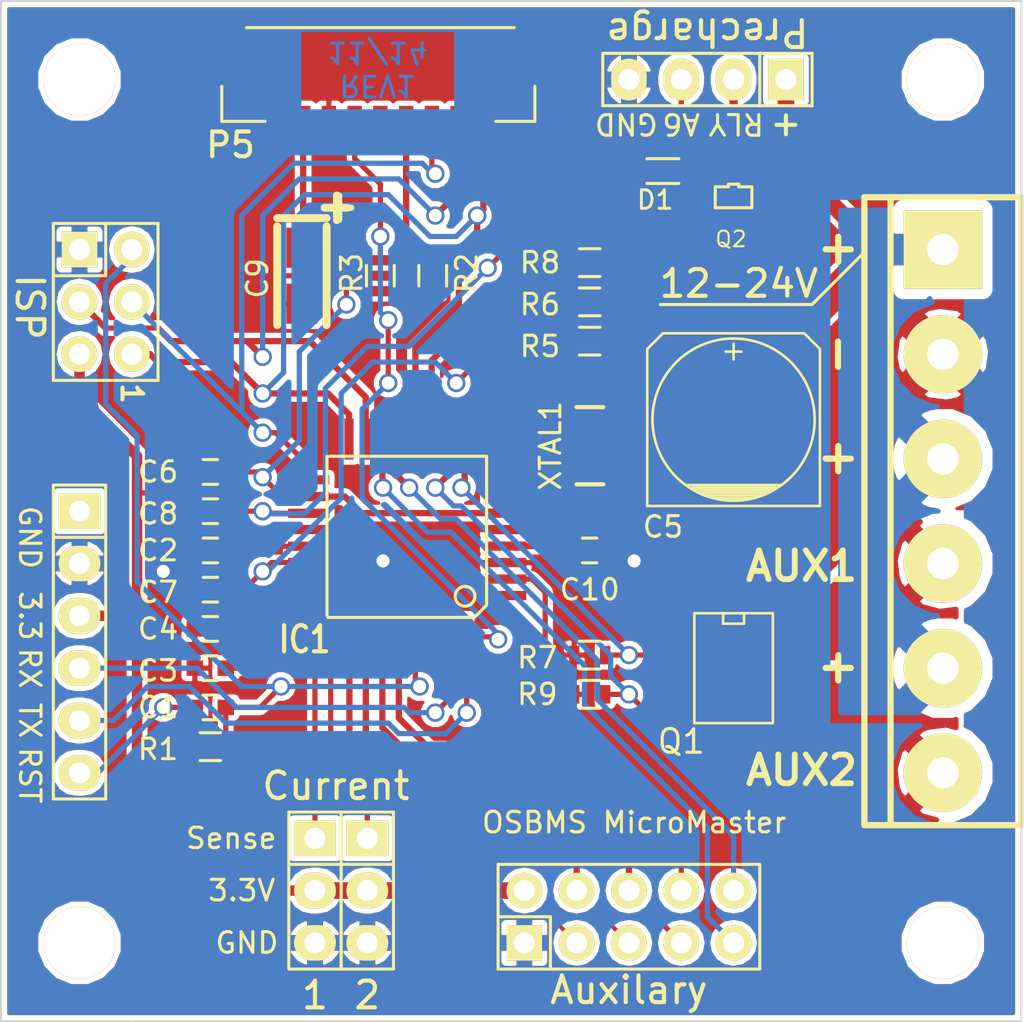
<source format=kicad_pcb>
(kicad_pcb (version 4) (host pcbnew "(2014-11-27 BZR 5304)-product")
  (layers (0 F.Cu signal) (31 B.Cu signal) (34 B.Paste user) (35 F.Paste user) (36 B.SilkS user) (37 F.SilkS user) (38 B.Mask user) (39 F.Mask user) (44 Edge.Cuts user))
  (net 0 "")
  (net 1 /S-RST)
  (net 2 RESET)
  (net 3 GND)
  (net 4 "Net-(C2-Pad2)")
  (net 5 +12V)
  (net 6 +3.3V)
  (net 7 A0)
  (net 8 A1)
  (net 9 "Net-(IC1-Pad8)")
  (net 10 "Net-(IC1-Pad7)")
  (net 11 D4)
  (net 12 D3*)
  (net 13 SCK/13)
  (net 14 A6)
  (net 15 A7)
  (net 16 Int0/2)
  (net 17 TXD)
  (net 18 RXD)
  (net 19 SCL/A5)
  (net 20 SDA/A4)
  (net 21 D5*)
  (net 22 D6*)
  (net 23 D7)
  (net 24 D9*)
  (net 25 D10*)
  (net 26 MISO)
  (net 27 "Net-(P10-Pad2)")
  (net 28 CS_N)
  (net 29 "Net-(P5-Pad5)")
  (net 30 "Net-(P7-Pad4)")
  (net 31 "Net-(P7-Pad6)")
  (net 32 A2)
  (net 33 A3)
  (net 34 MOSI)
  (module Capacitors_SMD:C_0603 (layer F.Cu) (at 35.56 162.56)
    (fp_text reference C1 (at -2.54 0) (layer F.SilkS))
    (fp_text value 100NF hide)
    (pad 1 smd rect (at -0.75 0) (size 0.8 0.75) (layers F.Cu F.Paste F.Mask) (net 1 /S-RST))
    (pad 2 smd rect (at 0.75 0) (size 0.8 0.75) (layers F.Cu F.Paste F.Mask) (net 2 RESET))
  )
  (module Capacitors_SMD:C_0603 (layer F.Cu) (at 35.56 154.94)
    (fp_text reference C2 (at -2.54 0) (layer F.SilkS))
    (fp_text value 100NF hide)
    (pad 1 smd rect (at -0.75 0) (size 0.8 0.75) (layers F.Cu F.Paste F.Mask) (net 3 GND))
    (pad 2 smd rect (at 0.75 0) (size 0.8 0.75) (layers F.Cu F.Paste F.Mask) (net 4 "Net-(C2-Pad2)"))
  )
  (module Capacitors_SMD:C_0603 (layer F.Cu) (at 35.56 160.655)
    (fp_text reference C3 (at -2.54 0.127) (layer F.SilkS))
    (fp_text value 100NF hide)
    (pad 1 smd rect (at -0.75 0) (size 0.8 0.75) (layers F.Cu F.Paste F.Mask) (net 3 GND))
    (pad 2 smd rect (at 0.75 0) (size 0.8 0.75) (layers F.Cu F.Paste F.Mask) (net 8 A1))
  )
  (module Capacitors_SMD:C_0603 (layer F.Cu) (at 35.56 158.75)
    (fp_text reference C4 (at -2.54 0) (layer F.SilkS))
    (fp_text value 100NF hide)
    (pad 1 smd rect (at -0.75 0) (size 0.8 0.75) (layers F.Cu F.Paste F.Mask) (net 3 GND))
    (pad 2 smd rect (at 0.75 0) (size 0.8 0.75) (layers F.Cu F.Paste F.Mask) (net 7 A0))
  )
  (module Capacitors_SMD:c_elec_8x10 (layer F.Cu) (at 60.96 148.59 90)
    (fp_text reference C5 (at -5.207 -3.429 180) (layer F.SilkS))
    (fp_text value CP1 hide)
    (pad 1 smd rect (at 3.2512 0 90) (size 3.50012 2.4003) (layers F.Cu F.Paste F.Mask) (net 5 +12V))
    (pad 2 smd rect (at -3.2512 0 90) (size 3.50012 2.4003) (layers F.Cu F.Paste F.Mask) (net 3 GND))
  )
  (module Capacitors_SMD:C_0603 (layer F.Cu) (at 35.56 151.13)
    (fp_text reference C6 (at -2.54 0) (layer F.SilkS))
    (fp_text value 100NF hide)
    (pad 1 smd rect (at -0.75 0) (size 0.8 0.75) (layers F.Cu F.Paste F.Mask) (net 3 GND))
    (pad 2 smd rect (at 0.75 0) (size 0.8 0.75) (layers F.Cu F.Paste F.Mask) (net 6 +3.3V))
  )
  (module Capacitors_SMD:C_0603 (layer F.Cu) (at 35.56 156.845)
    (fp_text reference C7 (at -2.54 0.127) (layer F.SilkS))
    (fp_text value 100NF hide)
    (pad 1 smd rect (at -0.75 0) (size 0.8 0.75) (layers F.Cu F.Paste F.Mask) (net 3 GND))
    (pad 2 smd rect (at 0.75 0) (size 0.8 0.75) (layers F.Cu F.Paste F.Mask) (net 15 A7))
  )
  (module Capacitors_SMD:C_0603 (layer F.Cu) (at 35.56 153.035)
    (fp_text reference C8 (at -2.54 0.127) (layer F.SilkS))
    (fp_text value 100NF hide)
    (pad 1 smd rect (at -0.75 0) (size 0.8 0.75) (layers F.Cu F.Paste F.Mask) (net 3 GND))
    (pad 2 smd rect (at 0.75 0) (size 0.8 0.75) (layers F.Cu F.Paste F.Mask) (net 14 A6))
  )
  (module Capacitors_Tantalum_SMD:TantalC_SizeA_EIA-3216_Reflow (layer F.Cu) (at 40.005 141.605 270)
    (fp_text reference C9 (at 0.127 2.159 270) (layer F.SilkS))
    (fp_text value "33uF PolC" hide)
    (fp_text user + (at -3.29946 -1.69926 270) (layer F.SilkS) (effects (font (thickness 0.3048))))
    (pad 2 smd rect (at 1.3589 0 270) (size 1.95072 1.50114) (layers F.Cu F.Paste F.Mask) (net 3 GND))
    (pad 1 smd rect (at -1.3589 0 270) (size 1.95072 1.50114) (layers F.Cu F.Paste F.Mask) (net 6 +3.3V))
  )
  (module Capacitors_SMD:C_0603 (layer F.Cu) (at 53.975 154.94)
    (fp_text reference C10 (at 0 1.905) (layer F.SilkS))
    (fp_text value 100nF hide)
    (pad 1 smd rect (at -0.75 0) (size 0.8 0.75) (layers F.Cu F.Paste F.Mask) (net 6 +3.3V))
    (pad 2 smd rect (at 0.75 0) (size 0.8 0.75) (layers F.Cu F.Paste F.Mask) (net 3 GND))
  )
  (module Pin_Headers:Pin_Header_Straight_1x06 (layer F.Cu) (at 29.21 159.385 270)
    (fp_text reference P1 hide)
    (fp_text value CONN_01X06 hide)
    (pad "" thru_hole rect (at -6.35 0 270) (size 1.7272 2.032) (drill 1.016) (layers *.Cu *.Mask F.SilkS))
    (pad 2 thru_hole oval (at -3.81 0 270) (size 1.7272 2.032) (drill 1.016) (layers *.Cu *.Mask F.SilkS) (net 3 GND))
    (pad 3 thru_hole oval (at -1.27 0 270) (size 1.7272 2.032) (drill 1.016) (layers *.Cu *.Mask F.SilkS) (net 6 +3.3V))
    (pad 4 thru_hole oval (at 1.27 0 270) (size 1.7272 2.032) (drill 1.016) (layers *.Cu *.Mask F.SilkS) (net 18 RXD))
    (pad 5 thru_hole oval (at 3.81 0 270) (size 1.7272 2.032) (drill 1.016) (layers *.Cu *.Mask F.SilkS) (net 17 TXD))
    (pad 6 thru_hole oval (at 6.35 0 270) (size 1.7272 2.032) (drill 1.016) (layers *.Cu *.Mask F.SilkS) (net 1 /S-RST))
  )
  (module Pin_Headers:Pin_Header_Straight_2x03 (layer F.Cu) (at 30.48 142.875 270)
    (fp_text reference P2 hide)
    (fp_text value CONN_02X03 hide)
    (pad 1 thru_hole rect (at -2.54 1.27 270) (size 1.7272 1.7272) (drill 1.016) (layers *.Cu *.Mask F.SilkS) (net 3 GND))
    (pad 2 thru_hole oval (at -2.54 -1.27 270) (size 1.7272 1.7272) (drill 1.016) (layers *.Cu *.Mask F.SilkS) (net 2 RESET))
    (pad 3 thru_hole oval (at 0 1.27 270) (size 1.7272 1.7272) (drill 1.016) (layers *.Cu *.Mask F.SilkS) (net 34 MOSI))
    (pad 4 thru_hole oval (at 0 -1.27 270) (size 1.7272 1.7272) (drill 1.016) (layers *.Cu *.Mask F.SilkS) (net 13 SCK/13))
    (pad 5 thru_hole oval (at 2.54 1.27 270) (size 1.7272 1.7272) (drill 1.016) (layers *.Cu *.Mask F.SilkS) (net 6 +3.3V))
    (pad 6 thru_hole oval (at 2.54 -1.27 270) (size 1.7272 1.7272) (drill 1.016) (layers *.Cu *.Mask F.SilkS) (net 26 MISO))
  )
  (module Pin_Headers:Pin_Header_Straight_1x03 (layer F.Cu) (at 40.64 171.45 270)
    (fp_text reference P3 hide)
    (fp_text value CONN_01X03 hide)
    (pad 1 thru_hole rect (at -2.54 0 270) (size 1.7272 2.032) (drill 1.016) (layers *.Cu *.Mask F.SilkS) (net 8 A1))
    (pad 2 thru_hole oval (at 0 0 270) (size 1.7272 2.032) (drill 1.016) (layers *.Cu *.Mask F.SilkS) (net 6 +3.3V))
    (pad 3 thru_hole oval (at 2.54 0 270) (size 1.7272 2.032) (drill 1.016) (layers *.Cu *.Mask F.SilkS) (net 3 GND))
  )
  (module Pin_Headers:Pin_Header_Straight_1x03 (layer F.Cu) (at 43.18 171.45 270)
    (fp_text reference P4 hide)
    (fp_text value CONN_01X03 hide)
    (pad 1 thru_hole rect (at -2.54 0 270) (size 1.7272 2.032) (drill 1.016) (layers *.Cu *.Mask F.SilkS) (net 7 A0))
    (pad 2 thru_hole oval (at 0 0 270) (size 1.7272 2.032) (drill 1.016) (layers *.Cu *.Mask F.SilkS) (net 6 +3.3V))
    (pad 3 thru_hole oval (at 2.54 0 270) (size 1.7272 2.032) (drill 1.016) (layers *.Cu *.Mask F.SilkS) (net 3 GND))
  )
  (module Pin_Headers:Pin_Header_Straight_1x04 (layer F.Cu) (at 59.69 132.08 180)
    (fp_text reference P10 hide)
    (fp_text value CONN_01X04 hide)
    (pad 1 thru_hole rect (at -3.81 0 180) (size 1.7272 2.032) (drill 1.016) (layers *.Cu *.Mask F.SilkS) (net 5 +12V))
    (pad 2 thru_hole oval (at -1.27 0 180) (size 1.7272 2.032) (drill 1.016) (layers *.Cu *.Mask F.SilkS) (net 27 "Net-(P10-Pad2)"))
    (pad 3 thru_hole oval (at 1.27 0 180) (size 1.7272 2.032) (drill 1.016) (layers *.Cu *.Mask F.SilkS) (net 14 A6))
    (pad 4 thru_hole oval (at 3.81 0 180) (size 1.7272 2.032) (drill 1.016) (layers *.Cu *.Mask F.SilkS) (net 3 GND))
  )
  (module SMD_Packages:SOIC-8-W (layer F.Cu) (at 60.96 160.655 270)
    (fp_text reference Q1 (at 3.556 2.54 360) (layer F.SilkS) (effects (font (size 1.143 1.143) (thickness 0.1524))))
    (fp_text value FDS6892A hide)
    (pad 8 smd rect (at -1.905 -2.667 270) (size 0.59944 1.39954) (layers F.Cu F.Paste F.Mask) (net 30 "Net-(P7-Pad4)"))
    (pad 1 smd rect (at -1.905 2.667 270) (size 0.59944 1.39954) (layers F.Cu F.Paste F.Mask) (net 3 GND))
    (pad 7 smd rect (at -0.635 -2.667 270) (size 0.59944 1.39954) (layers F.Cu F.Paste F.Mask) (net 30 "Net-(P7-Pad4)"))
    (pad 6 smd rect (at 0.635 -2.667 270) (size 0.59944 1.39954) (layers F.Cu F.Paste F.Mask) (net 31 "Net-(P7-Pad6)"))
    (pad 5 smd rect (at 1.905 -2.667 270) (size 0.59944 1.39954) (layers F.Cu F.Paste F.Mask) (net 31 "Net-(P7-Pad6)"))
    (pad 2 smd rect (at -0.635 2.667 270) (size 0.59944 1.39954) (layers F.Cu F.Paste F.Mask) (net 21 D5*))
    (pad 3 smd rect (at 0.635 2.667 270) (size 0.59944 1.39954) (layers F.Cu F.Paste F.Mask) (net 3 GND))
    (pad 4 smd rect (at 1.905 2.667 270) (size 0.59944 1.39954) (layers F.Cu F.Paste F.Mask) (net 22 D6*))
  )
  (module Resistors_SMD:R_0603 (layer F.Cu) (at 35.56 164.465 180)
    (fp_text reference R1 (at 2.54 -0.127 180) (layer F.SilkS))
    (fp_text value 10K hide)
    (pad 1 smd rect (at -0.75 0 180) (size 0.5 0.9) (layers F.Cu F.Paste F.Mask) (net 2 RESET))
    (pad 2 smd rect (at 0.75 0 180) (size 0.5 0.9) (layers F.Cu F.Paste F.Mask) (net 6 +3.3V))
  )
  (module Resistors_SMD:R_0603 (layer F.Cu) (at 46.355 141.605 90)
    (fp_text reference R2 (at 0.127 1.651 90) (layer F.SilkS))
    (fp_text value 10K hide)
    (pad 1 smd rect (at -0.75 0 90) (size 0.5 0.9) (layers F.Cu F.Paste F.Mask) (net 6 +3.3V))
    (pad 2 smd rect (at 0.75 0 90) (size 0.5 0.9) (layers F.Cu F.Paste F.Mask) (net 26 MISO))
  )
  (module Resistors_SMD:R_0603 (layer F.Cu) (at 43.815 141.605 90)
    (fp_text reference R3 (at 0.127 -1.397 90) (layer F.SilkS))
    (fp_text value 10K hide)
    (pad 1 smd rect (at -0.75 0 90) (size 0.5 0.9) (layers F.Cu F.Paste F.Mask) (net 6 +3.3V))
    (pad 2 smd rect (at 0.75 0 90) (size 0.5 0.9) (layers F.Cu F.Paste F.Mask) (net 16 Int0/2))
  )
  (module Resistors_SMD:R_0603 (layer F.Cu) (at 53.975 144.78)
    (fp_text reference R5 (at -2.413 0.254) (layer F.SilkS))
    (fp_text value "50k ohm" hide)
    (pad 1 smd rect (at -0.75 0) (size 0.5 0.9) (layers F.Cu F.Paste F.Mask) (net 15 A7))
    (pad 2 smd rect (at 0.75 0) (size 0.5 0.9) (layers F.Cu F.Paste F.Mask) (net 5 +12V))
  )
  (module Resistors_SMD:R_0603 (layer F.Cu) (at 53.975 142.875 180)
    (fp_text reference R6 (at 2.413 -0.127 180) (layer F.SilkS))
    (fp_text value "5k ohm" hide)
    (pad 1 smd rect (at -0.75 0 180) (size 0.5 0.9) (layers F.Cu F.Paste F.Mask) (net 3 GND))
    (pad 2 smd rect (at 0.75 0 180) (size 0.5 0.9) (layers F.Cu F.Paste F.Mask) (net 15 A7))
  )
  (module Resistors_SMD:R_0603 (layer F.Cu) (at 53.975 160.02)
    (fp_text reference R7 (at -2.54 0.127) (layer F.SilkS))
    (fp_text value 10K hide)
    (pad 1 smd rect (at -0.75 0) (size 0.5 0.9) (layers F.Cu F.Paste F.Mask) (net 3 GND))
    (pad 2 smd rect (at 0.75 0) (size 0.5 0.9) (layers F.Cu F.Paste F.Mask) (net 21 D5*))
  )
  (module Resistors_SMD:R_0603 (layer F.Cu) (at 53.975 140.97 180)
    (fp_text reference R8 (at 2.413 0 180) (layer F.SilkS))
    (fp_text value 10K hide)
    (pad 1 smd rect (at -0.75 0 180) (size 0.5 0.9) (layers F.Cu F.Paste F.Mask) (net 3 GND))
    (pad 2 smd rect (at 0.75 0 180) (size 0.5 0.9) (layers F.Cu F.Paste F.Mask) (net 23 D7))
  )
  (module Resistors_SMD:R_0603 (layer F.Cu) (at 53.975 161.925)
    (fp_text reference R9 (at -2.54 0) (layer F.SilkS))
    (fp_text value 10K hide)
    (pad 1 smd rect (at -0.75 0) (size 0.5 0.9) (layers F.Cu F.Paste F.Mask) (net 3 GND))
    (pad 2 smd rect (at 0.75 0) (size 0.5 0.9) (layers F.Cu F.Paste F.Mask) (net 22 D6*))
  )
  (module Connect:bornier6 (layer F.Cu) (at 71.12 153.035 270)
    (fp_text reference P7 hide)
    (fp_text value CONN_01X06 hide)
    (pad 2 thru_hole circle (at -7.62 0 270) (size 3.81 3.81) (drill 1.524) (layers *.Cu *.Mask F.SilkS) (net 3 GND))
    (pad 3 thru_hole circle (at -2.54 0 270) (size 3.81 3.81) (drill 1.524) (layers *.Cu *.Mask F.SilkS) (net 5 +12V) (clearance 0.508))
    (pad 1 thru_hole rect (at -12.7 0 270) (size 3.81 3.81) (drill 1.524) (layers *.Cu *.Mask F.SilkS) (net 5 +12V) (clearance 0.508))
    (pad 4 thru_hole circle (at 2.54 0 270) (size 3.81 3.81) (drill 1.524) (layers *.Cu *.Mask F.SilkS) (net 30 "Net-(P7-Pad4)") (clearance 0.508))
    (pad 5 thru_hole circle (at 7.62 0 270) (size 3.81 3.81) (drill 1.524) (layers *.Cu *.Mask F.SilkS) (net 5 +12V) (clearance 0.508))
    (pad 6 thru_hole circle (at 12.7 0 270) (size 3.81 3.81) (drill 1.524) (layers *.Cu *.Mask F.SilkS) (net 31 "Net-(P7-Pad6)") (clearance 0.508))
  )
  (module Mounting_Holes:MountingHole_3-5mm (layer F.Cu) (at 71.12 173.99)
    (fp_text reference MH hide)
    (fp_text value MountingHole_3-5mm_RevA_Date21Jun2010 hide)
    (pad 1 thru_hole circle (at 0 0) (size 3.50012 3.50012) (drill 3.50012) (layers))
  )
  (module Mounting_Holes:MountingHole_3-5mm (layer F.Cu) (at 29.21 173.99)
    (fp_text reference MH hide)
    (fp_text value MountingHole_3-5mm_RevA_Date21Jun2010 hide)
    (pad 1 thru_hole circle (at 0 0) (size 3.50012 3.50012) (drill 3.50012) (layers))
  )
  (module Mounting_Holes:MountingHole_3-5mm (layer F.Cu) (at 29.21 132.08)
    (fp_text reference MH hide)
    (fp_text value MountingHole_3-5mm_RevA_Date21Jun2010 hide)
    (pad 1 thru_hole circle (at 0 0) (size 3.50012 3.50012) (drill 3.50012) (layers))
  )
  (module Mounting_Holes:MountingHole_3-5mm (layer F.Cu) (at 71.12 132.08)
    (fp_text reference MH hide)
    (fp_text value MountingHole_3-5mm_RevA_Date21Jun2010 hide)
    (pad 1 thru_hole circle (at 0 0) (size 3.50012 3.50012) (drill 3.50012) (layers))
  )
  (module Pin_Headers:Pin_Header_Straight_2x05 (layer F.Cu) (at 55.88 172.72)
    (fp_text reference P6 hide)
    (fp_text value CONN_01X10 hide)
    (pad 1 thru_hole rect (at -5.08 1.27) (size 1.7272 1.7272) (drill 1.016) (layers *.Cu *.Mask F.SilkS) (net 3 GND))
    (pad 2 thru_hole oval (at -5.08 -1.27) (size 1.7272 1.7272) (drill 1.016) (layers *.Cu *.Mask F.SilkS) (net 6 +3.3V))
    (pad 3 thru_hole oval (at -2.54 1.27) (size 1.7272 1.7272) (drill 1.016) (layers *.Cu *.Mask F.SilkS) (net 32 A2))
    (pad 4 thru_hole oval (at -2.54 -1.27) (size 1.7272 1.7272) (drill 1.016) (layers *.Cu *.Mask F.SilkS) (net 33 A3))
    (pad 5 thru_hole oval (at 0 1.27) (size 1.7272 1.7272) (drill 1.016) (layers *.Cu *.Mask F.SilkS) (net 20 SDA/A4))
    (pad 6 thru_hole oval (at 0 -1.27) (size 1.7272 1.7272) (drill 1.016) (layers *.Cu *.Mask F.SilkS) (net 19 SCL/A5))
    (pad 7 thru_hole oval (at 2.54 1.27) (size 1.7272 1.7272) (drill 1.016) (layers *.Cu *.Mask F.SilkS) (net 12 D3*))
    (pad 8 thru_hole oval (at 2.54 -1.27) (size 1.7272 1.7272) (drill 1.016) (layers *.Cu *.Mask F.SilkS) (net 11 D4))
    (pad 9 thru_hole oval (at 5.08 1.27) (size 1.7272 1.7272) (drill 1.016) (layers *.Cu *.Mask F.SilkS) (net 25 D10*))
    (pad 10 thru_hole oval (at 5.08 -1.27) (size 1.7272 1.7272) (drill 1.016) (layers *.Cu *.Mask F.SilkS) (net 24 D9*))
  )
  (module SMD_Packages:SOD-523 (layer F.Cu) (at 57.15 136.525)
    (fp_text reference D1 (at 0 1.397) (layer F.SilkS) (effects (font (size 0.9 0.9) (thickness 0.14))))
    (fp_text value 3.3vZENER hide)
    (pad 1 smd rect (at -0.7 0) (size 0.6 0.7) (layers F.Cu F.Paste F.Mask) (net 3 GND))
    (pad 2 smd rect (at 0.7 0) (size 0.6 0.7) (layers F.Cu F.Paste F.Mask) (net 14 A6))
  )
  (module MyCustomParts:RESONATOR-SMD-mutera (layer F.Cu) (at 53.975 149.86 270)
    (fp_text reference XTAL1 (at 0 1.905 270) (layer F.SilkS))
    (fp_text value "8mhz resonator" hide)
    (pad 1 smd oval (at -1.2 0 270) (size 0.45 1.905) (layers F.Cu F.Paste F.Mask) (net 9 "Net-(IC1-Pad8)"))
    (pad 2 smd oval (at 0 0 270) (size 0.45 1.905) (layers F.Cu F.Paste F.Mask) (net 3 GND))
    (pad 3 smd oval (at 1.2 0 270) (size 0.45 1.905) (layers F.Cu F.Paste F.Mask) (net 10 "Net-(IC1-Pad7)"))
  )
  (module MyCustomParts:TQFP-32 (layer F.Cu) (at 45.085 154.305 180)
    (fp_text reference IC1 (at 4.953 -4.953 180) (layer F.SilkS) (effects (font (size 1.27 1.016) (thickness 0.2032))))
    (fp_text value ATMEGA328P-A hide)
    (pad 8 smd rect (at -4.81584 2.77622 180) (size 1.99898 0.44958) (layers F.Cu F.Paste F.Mask) (net 9 "Net-(IC1-Pad8)"))
    (pad 7 smd rect (at -4.81584 1.97612 180) (size 1.99898 0.44958) (layers F.Cu F.Paste F.Mask) (net 10 "Net-(IC1-Pad7)"))
    (pad 6 smd rect (at -4.81584 1.17602 180) (size 1.99898 0.44958) (layers F.Cu F.Paste F.Mask) (net 6 +3.3V))
    (pad 5 smd rect (at -4.81584 0.37592 180) (size 1.99898 0.44958) (layers F.Cu F.Paste F.Mask) (net 3 GND))
    (pad 4 smd rect (at -4.81584 -0.42418 180) (size 1.99898 0.44958) (layers F.Cu F.Paste F.Mask) (net 6 +3.3V))
    (pad 3 smd rect (at -4.81584 -1.22428 180) (size 1.99898 0.44958) (layers F.Cu F.Paste F.Mask) (net 3 GND))
    (pad 2 smd rect (at -4.81584 -2.02438 180) (size 1.99898 0.44958) (layers F.Cu F.Paste F.Mask) (net 11 D4))
    (pad 1 smd rect (at -4.81584 -2.82448 180) (size 1.99898 0.44958) (layers F.Cu F.Paste F.Mask) (net 12 D3*))
    (pad 24 smd rect (at 4.7498 -2.8194 180) (size 1.99898 0.44958) (layers F.Cu F.Paste F.Mask) (net 8 A1))
    (pad 17 smd rect (at 4.7498 2.794 180) (size 1.99898 0.44958) (layers F.Cu F.Paste F.Mask) (net 13 SCK/13))
    (pad 18 smd rect (at 4.7498 1.9812 180) (size 1.99898 0.44958) (layers F.Cu F.Paste F.Mask) (net 6 +3.3V))
    (pad 19 smd rect (at 4.7498 1.1684 180) (size 1.99898 0.44958) (layers F.Cu F.Paste F.Mask) (net 14 A6))
    (pad 20 smd rect (at 4.7498 0.381 180) (size 1.99898 0.44958) (layers F.Cu F.Paste F.Mask) (net 4 "Net-(C2-Pad2)"))
    (pad 21 smd rect (at 4.7498 -0.4318 180) (size 1.99898 0.44958) (layers F.Cu F.Paste F.Mask) (net 3 GND))
    (pad 22 smd rect (at 4.7498 -1.2192 180) (size 1.99898 0.44958) (layers F.Cu F.Paste F.Mask) (net 15 A7))
    (pad 23 smd rect (at 4.7498 -2.032 180) (size 1.99898 0.44958) (layers F.Cu F.Paste F.Mask) (net 7 A0))
    (pad 32 smd rect (at -2.82448 -4.826 180) (size 0.44958 1.99898) (layers F.Cu F.Paste F.Mask) (net 16 Int0/2))
    (pad 31 smd rect (at -2.02692 -4.826 180) (size 0.44958 1.99898) (layers F.Cu F.Paste F.Mask) (net 17 TXD))
    (pad 30 smd rect (at -1.22428 -4.826 180) (size 0.44958 1.99898) (layers F.Cu F.Paste F.Mask) (net 18 RXD))
    (pad 29 smd rect (at -0.42672 -4.826 180) (size 0.44958 1.99898) (layers F.Cu F.Paste F.Mask) (net 2 RESET))
    (pad 28 smd rect (at 0.37592 -4.826 180) (size 0.44958 1.99898) (layers F.Cu F.Paste F.Mask) (net 19 SCL/A5))
    (pad 27 smd rect (at 1.17348 -4.826 180) (size 0.44958 1.99898) (layers F.Cu F.Paste F.Mask) (net 20 SDA/A4))
    (pad 26 smd rect (at 1.97612 -4.826 180) (size 0.44958 1.99898) (layers F.Cu F.Paste F.Mask) (net 33 A3))
    (pad 25 smd rect (at 2.77368 -4.826 180) (size 0.44958 1.99898) (layers F.Cu F.Paste F.Mask) (net 32 A2))
    (pad 9 smd rect (at -2.8194 4.7752 180) (size 0.44958 1.99898) (layers F.Cu F.Paste F.Mask) (net 21 D5*))
    (pad 10 smd rect (at -2.032 4.7752 180) (size 0.44958 1.99898) (layers F.Cu F.Paste F.Mask) (net 22 D6*))
    (pad 11 smd rect (at -1.2192 4.7752 180) (size 0.44958 1.99898) (layers F.Cu F.Paste F.Mask) (net 23 D7))
    (pad 12 smd rect (at -0.4318 4.7752 180) (size 0.44958 1.99898) (layers F.Cu F.Paste F.Mask) (net 28 CS_N))
    (pad 13 smd rect (at 0.3556 4.7752 180) (size 0.44958 1.99898) (layers F.Cu F.Paste F.Mask) (net 24 D9*))
    (pad 14 smd rect (at 1.1684 4.7752 180) (size 0.44958 1.99898) (layers F.Cu F.Paste F.Mask) (net 25 D10*))
    (pad 15 smd rect (at 1.9812 4.7752 180) (size 0.44958 1.99898) (layers F.Cu F.Paste F.Mask) (net 34 MOSI))
    (pad 16 smd rect (at 2.794 4.7752 180) (size 0.44958 1.99898) (layers F.Cu F.Paste F.Mask) (net 26 MISO))
  )
  (module MyCustomParts:Connector_SMD_GH_SIDECONN_1X9_1.25MM (layer F.Cu) (at 43.815 130.81 180)
    (fp_text reference P5 (at 7.2756 -4.4472 180) (layer F.SilkS) (effects (font (size 1.2 1.2) (thickness 0.2))))
    (fp_text value CONN_01X09 hide)
    (pad 1 smd rect (at -5 -3.4 180) (size 0.7 1.7) (layers F.Cu F.Paste F.Mask) (net 26 MISO))
    (pad "" smd rect (at -7.2 0 180) (size 1 2.6) (layers F.Cu F.Paste F.Mask) (net 3 GND))
    (pad 2 smd rect (at -3.75 -3.4 180) (size 0.7 1.7) (layers F.Cu F.Paste F.Mask) (net 34 MOSI))
    (pad 3 smd rect (at -2.5 -3.4 180) (size 0.7 1.7) (layers F.Cu F.Paste F.Mask) (net 13 SCK/13))
    (pad 4 smd rect (at -1.25 -3.4 180) (size 0.7 1.7) (layers F.Cu F.Paste F.Mask) (net 28 CS_N))
    (pad 5 smd rect (at 0 -3.4 180) (size 0.7 1.7) (layers F.Cu F.Paste F.Mask) (net 29 "Net-(P5-Pad5)"))
    (pad 6 smd rect (at 1.25 -3.4 180) (size 0.7 1.7) (layers F.Cu F.Paste F.Mask) (net 16 Int0/2))
    (pad 7 smd rect (at 2.5 -3.4 180) (size 0.7 1.7) (layers F.Cu F.Paste F.Mask) (net 3 GND))
    (pad 8 smd rect (at 3.75 -3.4 180) (size 0.7 1.7) (layers F.Cu F.Paste F.Mask) (net 6 +3.3V))
    (pad 9 smd rect (at 5 -3.4 180) (size 0.7 1.7) (layers F.Cu F.Paste F.Mask) (net 3 GND))
    (pad "" smd rect (at 7.2 0 180) (size 1 2.6) (layers F.Cu F.Paste F.Mask) (net 3 GND))
  )
  (module SMD_Packages:SOT-323 (layer F.Cu) (at 60.96 137.795 180)
    (fp_text reference Q2 (at 0.127 -2.032 180) (layer F.SilkS) (effects (font (size 0.762 0.762) (thickness 0.09906))))
    (fp_text value BSS138 hide)
    (pad 2 smd rect (at -0.65024 -0.94996 180) (size 0.59944 1.00076) (layers F.Cu F.Paste F.Mask) (net 3 GND))
    (pad 1 smd rect (at 0.65024 -0.94996 180) (size 0.59944 1.00076) (layers F.Cu F.Paste F.Mask) (net 23 D7))
    (pad 3 smd rect (at 0 0.94996 180) (size 0.59944 1.00076) (layers F.Cu F.Paste F.Mask) (net 27 "Net-(P10-Pad2)"))
  )
  (gr_text "  REV1  \n11/14" (at 43.688 131.572 180) (layer B.Cu) (effects (font (size 1 1)) (justify mirror)))
  (gr_text "OSBMS MicroMaster" (at 56.134 168.148) (layer F.SilkS) (effects (font (size 1 1))))
  (gr_text 1 (at 31.75 147.32 270) (layer F.SilkS) (effects (font (size 1 1) (thickness 0.2))))
  (gr_line (start 64.77 143.002) (end 57.404 143.002) (angle 90) (layer F.SilkS) (width 0.15))
  (gr_line (start 67.31 140.462) (end 64.77 143.002) (angle 90) (layer F.SilkS) (width 0.15))
  (gr_text 12-24V (at 61.214 141.986) (layer F.SilkS) (effects (font (size 1.3 1.3) (thickness 0.2))))
  (gr_text AUX1 (at 64.262 155.702) (layer F.SilkS) (effects (font (size 1.4 1.4) (thickness 0.28))))
  (gr_text AUX2 (at 64.262 165.608) (layer F.SilkS) (effects (font (size 1.4 1.4) (thickness 0.28))))
  (gr_text _ (at 65.151 145.415 90) (layer F.SilkS) (effects (font (size 1.6 1.6) (thickness 0.3))))
  (gr_text + (at 66.04 160.528) (layer F.SilkS) (effects (font (size 1.6 1.6) (thickness 0.3))))
  (gr_text + (at 66.04 150.368) (layer F.SilkS) (effects (font (size 1.6 1.6) (thickness 0.3))))
  (gr_text + (at 66.04 140.208) (layer F.SilkS) (effects (font (size 1.6 1.6) (thickness 0.3))))
  (gr_text + (at 63.5 134.366 180) (layer F.SilkS) (effects (font (size 1.2 1.2) (thickness 0.2))))
  (gr_text RLY (at 61.087 134.239 180) (layer F.SilkS) (effects (font (size 1 1))))
  (gr_text A6 (at 58.42 134.239 180) (layer F.SilkS) (effects (font (size 1 1))))
  (gr_text GND (at 55.753 134.239 180) (layer F.SilkS) (effects (font (size 1 1))))
  (gr_text ISP (at 26.797 143.129 270) (layer F.SilkS) (effects (font (size 1.3 1.3) (thickness 0.2))))
  (gr_text "RST\n" (at 26.797 165.862 270) (layer F.SilkS) (effects (font (size 1 1))))
  (gr_text GND (at 26.797 154.305 270) (layer F.SilkS) (effects (font (size 1 1))))
  (gr_text 3.3 (at 26.797 158.115 270) (layer F.SilkS) (effects (font (size 1 1))))
  (gr_text RX (at 26.797 160.655 270) (layer F.SilkS) (effects (font (size 1 1))))
  (gr_text TX (at 26.797 163.195 270) (layer F.SilkS) (effects (font (size 1 1))))
  (gr_text Sense (at 36.576 168.91) (layer F.SilkS) (effects (font (size 1 1))))
  (gr_text 3.3V (at 37.084 171.45) (layer F.SilkS) (effects (font (size 1 1))))
  (gr_text GND (at 37.338 173.99) (layer F.SilkS) (effects (font (size 1 1))))
  (gr_text 2 (at 43.18 176.53) (layer F.SilkS) (effects (font (size 1.3 1.3) (thickness 0.2))))
  (gr_text 1 (at 40.64 176.53) (layer F.SilkS) (effects (font (size 1.3 1.3) (thickness 0.2))))
  (gr_text Current (at 41.656 166.37) (layer F.SilkS) (effects (font (size 1.3 1.3) (thickness 0.2))))
  (gr_text Auxilary (at 55.88 176.276) (layer F.SilkS) (effects (font (size 1.3 1.3) (thickness 0.2))))
  (gr_text Precharge (at 59.69 129.794 180) (layer F.SilkS) (effects (font (size 1.3 1.3) (thickness 0.2))))
  (gr_line (start 74.93 177.8) (end 31.75 177.8) (angle 90) (layer Edge.Cuts) (width 0.1))
  (gr_line (start 74.93 128.27) (end 74.93 177.8) (angle 90) (layer Edge.Cuts) (width 0.1))
  (gr_line (start 25.4 128.27) (end 74.93 128.27) (angle 90) (layer Edge.Cuts) (width 0.1))
  (gr_line (start 25.4 177.8) (end 25.4 128.27) (angle 90) (layer Edge.Cuts) (width 0.1))
  (gr_line (start 25.4 177.8) (end 31.75 177.8) (angle 90) (layer Edge.Cuts) (width 0.1))
  (segment (start 34.81 162.56) (end 33.274 162.56) (width 0.254) (layer F.Cu) (net 1))
  (segment (start 33.274 162.56) (end 30.099 165.735) (width 0.254) (layer B.Cu) (net 1))
  (via (at 33.274 162.56) (size 0.889) (layers F.Cu B.Cu) (net 1))
  (segment (start 30.099 165.735) (end 29.21 165.735) (width 0.254) (layer B.Cu) (net 1))
  (segment (start 38.989 161.544) (end 37.084 161.544) (width 0.254) (layer B.Cu) (net 2))
  (segment (start 30.48 141.986) (end 31.75 140.716) (width 0.254) (layer B.Cu) (net 2))
  (segment (start 30.48 147.828) (end 30.48 141.986) (width 0.254) (layer B.Cu) (net 2))
  (segment (start 32.004 149.352) (end 30.48 147.828) (width 0.254) (layer B.Cu) (net 2))
  (segment (start 32.004 156.464) (end 32.004 149.352) (width 0.254) (layer B.Cu) (net 2))
  (segment (start 37.084 161.544) (end 32.004 156.464) (width 0.254) (layer B.Cu) (net 2))
  (segment (start 31.75 140.716) (end 31.75 140.335) (width 0.254) (layer B.Cu) (net 2))
  (segment (start 45.72 161.544) (end 38.989 161.544) (width 0.254) (layer B.Cu) (net 2))
  (segment (start 37.973 162.56) (end 38.989 161.544) (width 0.254) (layer F.Cu) (net 2))
  (via (at 38.989 161.544) (size 0.889) (layers F.Cu B.Cu) (net 2))
  (segment (start 36.31 162.56) (end 37.973 162.56) (width 0.254) (layer F.Cu) (net 2))
  (segment (start 45.51172 161.33572) (end 45.72 161.544) (width 0.254) (layer F.Cu) (net 2))
  (via (at 45.72 161.544) (size 0.889) (layers F.Cu B.Cu) (net 2))
  (segment (start 45.51172 161.33572) (end 45.51172 159.131) (width 0.254) (layer F.Cu) (net 2))
  (segment (start 36.31 162.56) (end 36.31 164.465) (width 0.254) (layer F.Cu) (net 2))
  (segment (start 34.81 156.845) (end 34.163 156.845) (width 0.254) (layer F.Cu) (net 3))
  (via (at 33.274 155.956) (size 0.889) (layers F.Cu B.Cu) (net 3))
  (segment (start 34.163 156.845) (end 33.274 155.956) (width 0.254) (layer F.Cu) (net 3))
  (segment (start 54.725 154.94) (end 55.626 154.94) (width 0.254) (layer F.Cu) (net 3))
  (via (at 56.134 155.448) (size 0.889) (layers F.Cu B.Cu) (net 3))
  (segment (start 55.626 154.94) (end 56.134 155.448) (width 0.254) (layer F.Cu) (net 3))
  (segment (start 49.90084 155.52928) (end 44.02328 155.52928) (width 0.254) (layer F.Cu) (net 3))
  (via (at 43.942 155.448) (size 0.889) (layers F.Cu B.Cu) (net 3))
  (segment (start 44.02328 155.52928) (end 43.942 155.448) (width 0.254) (layer F.Cu) (net 3))
  (segment (start 40.3352 153.924) (end 38.608 153.924) (width 0.254) (layer F.Cu) (net 4))
  (segment (start 37.592 154.94) (end 36.31 154.94) (width 0.254) (layer F.Cu) (net 4))
  (segment (start 38.608 153.924) (end 37.592 154.94) (width 0.254) (layer F.Cu) (net 4))
  (segment (start 54.725 144.78) (end 60.4012 144.78) (width 0.254) (layer F.Cu) (net 5))
  (segment (start 60.4012 144.78) (end 60.96 145.3388) (width 0.254) (layer F.Cu) (net 5))
  (segment (start 63.5 132.08) (end 63.5 135.89) (width 0.8128) (layer F.Cu) (net 5))
  (segment (start 63.5 135.89) (end 67.945 140.335) (width 0.8128) (layer F.Cu) (net 5))
  (segment (start 71.12 140.335) (end 67.945 140.335) (width 1.524) (layer F.Cu) (net 5))
  (segment (start 62.9412 145.3388) (end 60.96 145.3388) (width 1.524) (layer F.Cu) (net 5))
  (segment (start 67.945 140.335) (end 62.9412 145.3388) (width 1.524) (layer F.Cu) (net 5))
  (segment (start 40.3352 152.3238) (end 39.0398 152.3238) (width 0.254) (layer F.Cu) (net 6))
  (segment (start 39.0398 152.3238) (end 38.1 151.384) (width 0.254) (layer F.Cu) (net 6))
  (segment (start 38.608 150.876) (end 38.1 151.384) (width 0.254) (layer B.Cu) (net 6))
  (via (at 38.1 151.384) (size 0.889) (layers F.Cu B.Cu) (net 6))
  (segment (start 42.164 143.002) (end 39.878 145.288) (width 0.254) (layer B.Cu) (net 6))
  (segment (start 42.164 141.478) (end 42.164 143.002) (width 0.254) (layer F.Cu) (net 6))
  (via (at 42.164 143.002) (size 0.889) (layers F.Cu B.Cu) (net 6))
  (segment (start 40.9321 140.2461) (end 42.164 141.478) (width 0.254) (layer F.Cu) (net 6))
  (segment (start 39.878 149.606) (end 38.608 150.876) (width 0.254) (layer B.Cu) (net 6))
  (segment (start 39.878 145.288) (end 39.878 149.606) (width 0.254) (layer B.Cu) (net 6))
  (segment (start 37.846 151.13) (end 37.465 151.13) (width 0.254) (layer F.Cu) (net 6))
  (segment (start 37.465 151.13) (end 36.31 151.13) (width 0.254) (layer F.Cu) (net 6))
  (segment (start 38.1 151.384) (end 37.846 151.13) (width 0.254) (layer F.Cu) (net 6))
  (segment (start 40.005 140.2461) (end 40.9321 140.2461) (width 0.254) (layer F.Cu) (net 6))
  (segment (start 43.041 142.355) (end 43.815 142.355) (width 0.254) (layer F.Cu) (net 6))
  (segment (start 40.9321 140.2461) (end 43.041 142.355) (width 0.254) (layer F.Cu) (net 6))
  (segment (start 46.355 142.355) (end 43.815 142.355) (width 0.254) (layer F.Cu) (net 6))
  (segment (start 34.81 164.465) (end 32.004 164.465) (width 0.254) (layer F.Cu) (net 6))
  (segment (start 32.004 164.465) (end 32.004 164.592) (width 0.254) (layer F.Cu) (net 6))
  (segment (start 40.64 171.45) (end 37.846 171.45) (width 0.508) (layer F.Cu) (net 6))
  (segment (start 32.004 165.608) (end 32.004 164.592) (width 0.508) (layer F.Cu) (net 6))
  (segment (start 32.004 164.592) (end 32.004 156.972) (width 0.508) (layer F.Cu) (net 6))
  (segment (start 37.846 171.45) (end 32.004 165.608) (width 0.508) (layer F.Cu) (net 6))
  (segment (start 32.004 150.368) (end 31.496 149.86) (width 0.508) (layer F.Cu) (net 6))
  (segment (start 31.496 149.86) (end 29.21 147.574) (width 0.508) (layer F.Cu) (net 6))
  (segment (start 29.21 147.574) (end 29.21 145.415) (width 0.508) (layer F.Cu) (net 6))
  (segment (start 32.004 152.146) (end 32.004 150.368) (width 0.508) (layer F.Cu) (net 6))
  (segment (start 32.004 156.972) (end 32.004 152.146) (width 0.508) (layer F.Cu) (net 6))
  (segment (start 29.21 158.115) (end 30.861 158.115) (width 0.508) (layer F.Cu) (net 6))
  (segment (start 30.861 158.115) (end 32.004 156.972) (width 0.508) (layer F.Cu) (net 6))
  (segment (start 50.8 171.45) (end 43.18 171.45) (width 0.8128) (layer F.Cu) (net 6))
  (segment (start 43.18 171.45) (end 40.64 171.45) (width 0.8128) (layer F.Cu) (net 6))
  (segment (start 51.85918 154.72918) (end 52.07 154.94) (width 0.3048) (layer F.Cu) (net 6))
  (segment (start 52.07 154.94) (end 53.225 154.94) (width 0.3048) (layer F.Cu) (net 6))
  (segment (start 51.816 154.72918) (end 51.85918 154.72918) (width 0.3048) (layer F.Cu) (net 6))
  (segment (start 49.90084 154.72918) (end 51.816 154.72918) (width 0.3048) (layer F.Cu) (net 6))
  (segment (start 51.27498 153.12898) (end 51.816 153.67) (width 0.3048) (layer F.Cu) (net 6))
  (segment (start 51.816 153.67) (end 51.816 154.72918) (width 0.3048) (layer F.Cu) (net 6))
  (segment (start 49.90084 153.12898) (end 51.27498 153.12898) (width 0.3048) (layer F.Cu) (net 6))
  (segment (start 36.31 151.904) (end 36.068 152.146) (width 0.254) (layer F.Cu) (net 6))
  (segment (start 36.068 152.146) (end 32.004 152.146) (width 0.254) (layer F.Cu) (net 6))
  (segment (start 36.31 151.13) (end 36.31 151.904) (width 0.254) (layer F.Cu) (net 6))
  (segment (start 40.005 134.27) (end 40.065 134.21) (width 0.3048) (layer F.Cu) (net 6))
  (segment (start 40.065 140.1861) (end 40.005 140.2461) (width 0.3048) (layer F.Cu) (net 6))
  (segment (start 40.065 134.21) (end 40.065 140.1861) (width 0.3048) (layer F.Cu) (net 6))
  (segment (start 42.89298 153.12898) (end 42.0878 152.3238) (width 0.3048) (layer F.Cu) (net 6))
  (segment (start 42.0878 152.3238) (end 40.3352 152.3238) (width 0.3048) (layer F.Cu) (net 6))
  (segment (start 49.90084 153.12898) (end 42.89298 153.12898) (width 0.3048) (layer F.Cu) (net 6))
  (segment (start 40.3352 156.337) (end 39.243 156.337) (width 0.254) (layer F.Cu) (net 7))
  (segment (start 36.83 158.75) (end 38.1 157.48) (width 0.254) (layer F.Cu) (net 7))
  (segment (start 36.83 158.75) (end 36.31 158.75) (width 0.254) (layer F.Cu) (net 7))
  (segment (start 39.243 156.337) (end 38.1 157.48) (width 0.254) (layer F.Cu) (net 7))
  (segment (start 41.783 156.337) (end 41.91 156.464) (width 0.254) (layer F.Cu) (net 7))
  (segment (start 41.91 156.464) (end 41.91 157.48) (width 0.254) (layer F.Cu) (net 7))
  (segment (start 41.91 157.48) (end 41.402 157.988) (width 0.254) (layer F.Cu) (net 7))
  (segment (start 41.402 157.988) (end 41.402 165.862) (width 0.254) (layer F.Cu) (net 7))
  (segment (start 41.402 165.862) (end 43.18 167.64) (width 0.254) (layer F.Cu) (net 7))
  (segment (start 43.18 167.64) (end 43.18 168.91) (width 0.254) (layer F.Cu) (net 7))
  (segment (start 40.3352 156.337) (end 41.783 156.337) (width 0.254) (layer F.Cu) (net 7))
  (segment (start 36.31 160.655) (end 37.3634 160.655) (width 0.254) (layer F.Cu) (net 8))
  (segment (start 37.3634 160.655) (end 40.3352 157.6832) (width 0.254) (layer F.Cu) (net 8))
  (segment (start 40.3352 157.1244) (end 40.3352 157.2768) (width 0.254) (layer F.Cu) (net 8))
  (segment (start 40.64 157.988) (end 40.3352 157.6832) (width 0.254) (layer F.Cu) (net 8))
  (segment (start 40.3352 157.6832) (end 40.3352 157.1244) (width 0.254) (layer F.Cu) (net 8))
  (segment (start 40.64 159.512) (end 40.64 157.988) (width 0.254) (layer F.Cu) (net 8))
  (segment (start 40.64 168.91) (end 40.64 159.512) (width 0.254) (layer F.Cu) (net 8))
  (segment (start 49.90084 151.52878) (end 51.16322 151.52878) (width 0.254) (layer F.Cu) (net 9))
  (segment (start 53.016 148.66) (end 53.975 148.66) (width 0.254) (layer F.Cu) (net 9))
  (segment (start 52.324 149.352) (end 53.016 148.66) (width 0.254) (layer F.Cu) (net 9))
  (segment (start 52.324 150.368) (end 52.324 149.352) (width 0.254) (layer F.Cu) (net 9))
  (segment (start 51.16322 151.52878) (end 52.324 150.368) (width 0.254) (layer F.Cu) (net 9))
  (segment (start 49.90084 152.32888) (end 51.37912 152.32888) (width 0.254) (layer F.Cu) (net 10))
  (segment (start 52.648 151.06) (end 53.975 151.06) (width 0.254) (layer F.Cu) (net 10))
  (segment (start 51.37912 152.32888) (end 52.648 151.06) (width 0.254) (layer F.Cu) (net 10))
  (segment (start 53.156 151.06) (end 53.975 151.06) (width 0.254) (layer F.Cu) (net 10))
  (segment (start 51.562 156.718) (end 51.816 156.972) (width 0.254) (layer F.Cu) (net 11))
  (segment (start 51.816 156.972) (end 51.816 163.576) (width 0.254) (layer F.Cu) (net 11))
  (segment (start 49.90084 156.32938) (end 51.17338 156.32938) (width 0.254) (layer F.Cu) (net 11))
  (segment (start 58.42 170.18) (end 58.42 171.45) (width 0.254) (layer F.Cu) (net 11))
  (segment (start 51.816 163.576) (end 58.42 170.18) (width 0.254) (layer F.Cu) (net 11))
  (segment (start 51.17338 156.32938) (end 51.562 156.718) (width 0.254) (layer F.Cu) (net 11))
  (segment (start 50.927 163.957) (end 50.927 158.8135) (width 0.254) (layer F.Cu) (net 12))
  (segment (start 50.927 158.8135) (end 49.90084 157.78734) (width 0.254) (layer F.Cu) (net 12))
  (segment (start 49.90084 157.12948) (end 49.90084 157.78734) (width 0.254) (layer F.Cu) (net 12))
  (segment (start 50.927 163.957) (end 57.15 170.18) (width 0.254) (layer F.Cu) (net 12))
  (segment (start 57.15 170.18) (end 57.15 172.72) (width 0.254) (layer F.Cu) (net 12))
  (segment (start 57.15 172.72) (end 58.42 173.99) (width 0.254) (layer F.Cu) (net 12))
  (segment (start 38.1 149.225) (end 37.084 148.209) (width 0.254) (layer B.Cu) (net 13))
  (segment (start 46.482 136.652) (end 46.355 136.652) (width 0.254) (layer B.Cu) (net 13))
  (segment (start 46.315 136.485) (end 46.482 136.652) (width 0.254) (layer F.Cu) (net 13))
  (via (at 46.482 136.652) (size 0.889) (layers F.Cu B.Cu) (net 13))
  (segment (start 46.315 136.485) (end 46.315 134.21) (width 0.254) (layer F.Cu) (net 13))
  (segment (start 39.624 136.144) (end 37.465 138.303) (width 0.254) (layer B.Cu) (net 13))
  (segment (start 45.847 136.144) (end 39.624 136.144) (width 0.254) (layer B.Cu) (net 13))
  (segment (start 46.355 136.652) (end 45.847 136.144) (width 0.254) (layer B.Cu) (net 13))
  (segment (start 37.084 138.684) (end 37.465 138.303) (width 0.254) (layer B.Cu) (net 13))
  (segment (start 37.084 148.209) (end 37.084 138.684) (width 0.254) (layer B.Cu) (net 13))
  (segment (start 40.3352 150.8252) (end 40.3352 151.511) (width 0.254) (layer F.Cu) (net 13))
  (via (at 38.1 149.225) (size 0.889) (layers F.Cu B.Cu) (net 13))
  (segment (start 38.735 149.225) (end 38.1 149.225) (width 0.254) (layer F.Cu) (net 13))
  (segment (start 40.3352 150.8252) (end 38.735 149.225) (width 0.254) (layer F.Cu) (net 13))
  (segment (start 31.75 142.875) (end 38.1 149.225) (width 0.254) (layer B.Cu) (net 13))
  (segment (start 57.85 136.525) (end 57.85 137.095) (width 0.254) (layer F.Cu) (net 14))
  (segment (start 45.212 145.034) (end 49.022 141.224) (width 0.254) (layer B.Cu) (net 14))
  (via (at 49.022 141.224) (size 0.889) (layers F.Cu B.Cu) (net 14))
  (via (at 38.1 153.035) (size 0.889) (layers F.Cu B.Cu) (net 14))
  (segment (start 41.148 147.066) (end 43.18 145.034) (width 0.254) (layer B.Cu) (net 14))
  (segment (start 41.148 152.146) (end 41.148 147.066) (width 0.254) (layer B.Cu) (net 14))
  (segment (start 40.132 153.162) (end 41.148 152.146) (width 0.254) (layer B.Cu) (net 14))
  (segment (start 38.227 153.162) (end 40.132 153.162) (width 0.254) (layer B.Cu) (net 14))
  (segment (start 38.227 153.162) (end 38.1 153.035) (width 0.254) (layer B.Cu) (net 14))
  (segment (start 43.18 145.034) (end 45.212 145.034) (width 0.254) (layer B.Cu) (net 14))
  (segment (start 52.451 137.795) (end 49.022 141.224) (width 0.254) (layer F.Cu) (net 14))
  (segment (start 57.15 137.795) (end 52.451 137.795) (width 0.254) (layer F.Cu) (net 14))
  (segment (start 57.85 137.095) (end 57.15 137.795) (width 0.254) (layer F.Cu) (net 14))
  (segment (start 58.42 132.08) (end 58.42 135.955) (width 0.254) (layer F.Cu) (net 14))
  (segment (start 58.42 135.955) (end 57.85 136.525) (width 0.254) (layer F.Cu) (net 14))
  (segment (start 36.4116 153.1366) (end 36.31 153.035) (width 0.254) (layer F.Cu) (net 14))
  (segment (start 38.1 153.035) (end 36.31 153.035) (width 0.254) (layer F.Cu) (net 14))
  (segment (start 40.3352 153.1366) (end 38.2016 153.1366) (width 0.254) (layer F.Cu) (net 14))
  (segment (start 38.2016 153.1366) (end 38.1 153.035) (width 0.254) (layer F.Cu) (net 14))
  (segment (start 41.91 147.32) (end 43.434 145.796) (width 0.254) (layer B.Cu) (net 15))
  (segment (start 51.435 142.875) (end 47.498 146.812) (width 0.254) (layer F.Cu) (net 15))
  (via (at 47.498 146.812) (size 0.889) (layers F.Cu B.Cu) (net 15))
  (segment (start 53.225 142.875) (end 51.435 142.875) (width 0.254) (layer F.Cu) (net 15))
  (segment (start 38.354 155.956) (end 41.91 152.4) (width 0.254) (layer B.Cu) (net 15))
  (segment (start 41.91 152.4) (end 41.91 147.32) (width 0.254) (layer B.Cu) (net 15))
  (via (at 38.1 155.956) (size 0.889) (layers F.Cu B.Cu) (net 15))
  (segment (start 38.354 155.956) (end 38.1 155.956) (width 0.254) (layer B.Cu) (net 15))
  (segment (start 46.482 145.796) (end 47.498 146.812) (width 0.254) (layer B.Cu) (net 15))
  (segment (start 45.72 145.796) (end 46.482 145.796) (width 0.254) (layer B.Cu) (net 15))
  (segment (start 45.466 145.796) (end 45.72 145.796) (width 0.254) (layer B.Cu) (net 15))
  (segment (start 43.434 145.796) (end 45.466 145.796) (width 0.254) (layer B.Cu) (net 15))
  (segment (start 38.5318 155.5242) (end 40.3352 155.5242) (width 0.254) (layer F.Cu) (net 15))
  (segment (start 38.5318 155.5242) (end 38.1 155.956) (width 0.254) (layer F.Cu) (net 15))
  (segment (start 53.225 142.875) (end 53.225 144.78) (width 0.254) (layer F.Cu) (net 15))
  (segment (start 37.211 156.845) (end 38.1 155.956) (width 0.254) (layer F.Cu) (net 15))
  (segment (start 36.31 156.845) (end 37.211 156.845) (width 0.254) (layer F.Cu) (net 15))
  (segment (start 43.815 139.7) (end 43.815 143.383) (width 0.254) (layer B.Cu) (net 16))
  (segment (start 44.196 143.764) (end 44.196 146.812) (width 0.254) (layer F.Cu) (net 16))
  (segment (start 42.926 148.082) (end 44.196 146.812) (width 0.254) (layer B.Cu) (net 16))
  (via (at 44.196 146.812) (size 0.889) (layers F.Cu B.Cu) (net 16))
  (segment (start 49.403 159.131) (end 47.90948 159.131) (width 0.254) (layer F.Cu) (net 16))
  (segment (start 49.276 158.75) (end 42.926 152.4) (width 0.254) (layer B.Cu) (net 16))
  (segment (start 49.53 159.004) (end 49.276 158.75) (width 0.254) (layer B.Cu) (net 16))
  (segment (start 49.53 159.258) (end 49.53 159.004) (width 0.254) (layer B.Cu) (net 16))
  (via (at 49.53 159.258) (size 0.889) (layers F.Cu B.Cu) (net 16))
  (segment (start 49.403 159.131) (end 49.53 159.258) (width 0.254) (layer F.Cu) (net 16))
  (segment (start 42.926 152.4) (end 42.926 148.082) (width 0.254) (layer B.Cu) (net 16))
  (via (at 44.196 143.764) (size 0.889) (layers F.Cu B.Cu) (net 16))
  (via (at 43.815 139.7) (size 0.889) (layers F.Cu B.Cu) (net 16))
  (segment (start 43.815 143.383) (end 44.196 143.764) (width 0.254) (layer B.Cu) (net 16))
  (segment (start 43.815 139.7) (end 43.815 137.16) (width 0.254) (layer F.Cu) (net 16))
  (segment (start 42.565 135.91) (end 43.815 137.16) (width 0.254) (layer F.Cu) (net 16))
  (segment (start 42.565 134.21) (end 42.565 135.91) (width 0.254) (layer F.Cu) (net 16))
  (segment (start 43.815 139.7) (end 43.815 140.855) (width 0.254) (layer F.Cu) (net 16))
  (segment (start 36.576 163.322) (end 36.322 163.322) (width 0.254) (layer B.Cu) (net 17))
  (segment (start 30.861 163.195) (end 29.21 163.195) (width 0.254) (layer B.Cu) (net 17))
  (segment (start 32.512 161.544) (end 30.861 163.195) (width 0.254) (layer B.Cu) (net 17))
  (segment (start 34.544 161.544) (end 32.512 161.544) (width 0.254) (layer B.Cu) (net 17))
  (segment (start 36.322 163.322) (end 34.544 161.544) (width 0.254) (layer B.Cu) (net 17))
  (segment (start 48.006 162.814) (end 46.99 163.83) (width 0.254) (layer B.Cu) (net 17))
  (segment (start 47.11192 160.39592) (end 48.006 161.29) (width 0.254) (layer F.Cu) (net 17))
  (segment (start 48.006 161.29) (end 48.006 162.814) (width 0.254) (layer F.Cu) (net 17))
  (via (at 48.006 162.814) (size 0.889) (layers F.Cu B.Cu) (net 17))
  (segment (start 47.11192 159.131) (end 47.11192 160.39592) (width 0.254) (layer F.Cu) (net 17))
  (segment (start 44.196 163.322) (end 36.576 163.322) (width 0.254) (layer B.Cu) (net 17))
  (segment (start 44.704 163.83) (end 44.196 163.322) (width 0.254) (layer B.Cu) (net 17))
  (segment (start 46.99 163.83) (end 44.704 163.83) (width 0.254) (layer B.Cu) (net 17))
  (segment (start 29.337 163.322) (end 29.21 163.195) (width 0.254) (layer B.Cu) (net 17))
  (segment (start 29.21 163.195) (end 29.845 163.195) (width 0.3048) (layer B.Cu) (net 17))
  (segment (start 37.084 162.56) (end 36.83 162.56) (width 0.254) (layer B.Cu) (net 18))
  (segment (start 34.925 160.655) (end 29.21 160.655) (width 0.254) (layer B.Cu) (net 18))
  (segment (start 36.83 162.56) (end 34.925 160.655) (width 0.254) (layer B.Cu) (net 18))
  (segment (start 46.482 162.814) (end 45.212 162.814) (width 0.254) (layer B.Cu) (net 18))
  (segment (start 46.30928 160.60928) (end 46.99 161.29) (width 0.254) (layer F.Cu) (net 18))
  (segment (start 46.99 161.29) (end 46.99 162.306) (width 0.254) (layer F.Cu) (net 18))
  (segment (start 46.99 162.306) (end 46.482 162.814) (width 0.254) (layer F.Cu) (net 18))
  (via (at 46.482 162.814) (size 0.889) (layers F.Cu B.Cu) (net 18))
  (segment (start 46.30928 159.131) (end 46.30928 160.60928) (width 0.254) (layer F.Cu) (net 18))
  (segment (start 44.958 162.56) (end 37.084 162.56) (width 0.254) (layer B.Cu) (net 18))
  (segment (start 45.212 162.814) (end 44.958 162.56) (width 0.254) (layer B.Cu) (net 18))
  (segment (start 44.70908 163.07308) (end 46.228 164.592) (width 0.3048) (layer F.Cu) (net 19))
  (segment (start 44.70908 159.131) (end 44.70908 163.07308) (width 0.3048) (layer F.Cu) (net 19))
  (segment (start 55.88 170.18) (end 55.88 171.45) (width 0.3048) (layer F.Cu) (net 19))
  (segment (start 50.292 164.592) (end 55.88 170.18) (width 0.3048) (layer F.Cu) (net 19))
  (segment (start 46.228 164.592) (end 50.292 164.592) (width 0.3048) (layer F.Cu) (net 19))
  (segment (start 43.91152 163.54552) (end 45.72 165.354) (width 0.3048) (layer F.Cu) (net 20))
  (segment (start 45.72 165.354) (end 49.784 165.354) (width 0.3048) (layer F.Cu) (net 20))
  (segment (start 49.784 165.354) (end 54.61 170.18) (width 0.3048) (layer F.Cu) (net 20))
  (segment (start 54.61 170.18) (end 54.61 172.72) (width 0.2032) (layer F.Cu) (net 20))
  (segment (start 54.61 172.72) (end 55.88 173.99) (width 0.2032) (layer F.Cu) (net 20))
  (segment (start 43.91152 159.131) (end 43.91152 163.54552) (width 0.3048) (layer F.Cu) (net 20))
  (segment (start 55.88 160.02) (end 47.752 151.892) (width 0.254) (layer B.Cu) (net 21))
  (segment (start 47.9044 151.7396) (end 47.9044 149.5298) (width 0.3048) (layer F.Cu) (net 21))
  (via (at 47.752 151.892) (size 0.889) (layers F.Cu B.Cu) (net 21))
  (segment (start 47.9044 151.7396) (end 47.752 151.892) (width 0.3048) (layer F.Cu) (net 21))
  (via (at 55.88 160.02) (size 0.889) (layers F.Cu B.Cu) (net 21))
  (segment (start 55.88 160.02) (end 54.725 160.02) (width 0.254) (layer F.Cu) (net 21))
  (segment (start 58.293 160.02) (end 55.88 160.02) (width 0.254) (layer F.Cu) (net 21))
  (segment (start 46.482 151.892) (end 47.244 152.654) (width 0.254) (layer B.Cu) (net 22))
  (segment (start 47.117 149.5298) (end 47.117 151.257) (width 0.3048) (layer F.Cu) (net 22))
  (via (at 46.482 151.892) (size 0.889) (layers F.Cu B.Cu) (net 22))
  (segment (start 47.117 151.257) (end 46.482 151.892) (width 0.3048) (layer F.Cu) (net 22))
  (via (at 55.88 161.925) (size 0.889) (layers F.Cu B.Cu) (net 22))
  (segment (start 54.991 161.036) (end 55.88 161.925) (width 0.254) (layer B.Cu) (net 22))
  (segment (start 54.991 160.02) (end 54.991 161.036) (width 0.254) (layer B.Cu) (net 22))
  (segment (start 47.752 152.781) (end 54.991 160.02) (width 0.254) (layer B.Cu) (net 22))
  (segment (start 47.371 152.781) (end 47.752 152.781) (width 0.254) (layer B.Cu) (net 22))
  (segment (start 47.244 152.654) (end 47.371 152.781) (width 0.254) (layer B.Cu) (net 22))
  (segment (start 56.515 162.56) (end 55.88 161.925) (width 0.254) (layer F.Cu) (net 22))
  (segment (start 55.88 161.925) (end 54.725 161.925) (width 0.254) (layer F.Cu) (net 22))
  (segment (start 58.293 162.56) (end 56.515 162.56) (width 0.254) (layer F.Cu) (net 22))
  (segment (start 51.054 140.97) (end 46.3042 145.7198) (width 0.3048) (layer F.Cu) (net 23))
  (segment (start 46.3042 145.7198) (end 46.3042 149.5298) (width 0.3048) (layer F.Cu) (net 23))
  (segment (start 53.225 140.97) (end 51.054 140.97) (width 0.3048) (layer F.Cu) (net 23))
  (segment (start 53.225 140.45) (end 54.93004 138.74496) (width 0.3048) (layer F.Cu) (net 23))
  (segment (start 54.93004 138.74496) (end 60.30976 138.74496) (width 0.3048) (layer F.Cu) (net 23))
  (segment (start 53.225 140.97) (end 53.225 140.45) (width 0.3048) (layer F.Cu) (net 23))
  (segment (start 54.356 162.179) (end 57.658 165.481) (width 0.254) (layer B.Cu) (net 24))
  (segment (start 54.356 160.274) (end 54.356 162.179) (width 0.254) (layer B.Cu) (net 24))
  (segment (start 47.498 153.416) (end 54.356 160.274) (width 0.254) (layer B.Cu) (net 24))
  (segment (start 46.736 153.416) (end 47.498 153.416) (width 0.254) (layer B.Cu) (net 24))
  (segment (start 46.609 153.289) (end 46.736 153.416) (width 0.254) (layer B.Cu) (net 24))
  (segment (start 44.7294 149.5298) (end 44.7294 151.4094) (width 0.3048) (layer F.Cu) (net 24))
  (via (at 45.212 151.892) (size 0.889) (layers F.Cu B.Cu) (net 24))
  (segment (start 44.7294 151.4094) (end 45.212 151.892) (width 0.3048) (layer F.Cu) (net 24))
  (segment (start 45.212 151.892) (end 46.609 153.289) (width 0.254) (layer B.Cu) (net 24))
  (segment (start 60.96 168.783) (end 60.96 171.45) (width 0.254) (layer B.Cu) (net 24))
  (segment (start 57.658 165.481) (end 60.96 168.783) (width 0.254) (layer B.Cu) (net 24))
  (segment (start 60.96 173.99) (end 59.944 172.974) (width 0.254) (layer B.Cu) (net 25))
  (segment (start 59.69 168.402) (end 59.69 172.72) (width 0.254) (layer B.Cu) (net 25))
  (segment (start 59.69 172.72) (end 59.944 172.974) (width 0.254) (layer B.Cu) (net 25))
  (segment (start 43.942 151.892) (end 46.101 154.051) (width 0.254) (layer B.Cu) (net 25))
  (segment (start 43.9166 151.8666) (end 43.9166 149.5298) (width 0.3048) (layer F.Cu) (net 25))
  (via (at 43.942 151.892) (size 0.889) (layers F.Cu B.Cu) (net 25))
  (segment (start 43.9166 151.8666) (end 43.942 151.892) (width 0.3048) (layer F.Cu) (net 25))
  (segment (start 53.721 162.433) (end 58.801 167.513) (width 0.254) (layer B.Cu) (net 25))
  (segment (start 53.721 160.528) (end 53.721 162.433) (width 0.254) (layer B.Cu) (net 25))
  (segment (start 47.244 154.051) (end 53.721 160.528) (width 0.254) (layer B.Cu) (net 25))
  (segment (start 46.101 154.051) (end 47.244 154.051) (width 0.254) (layer B.Cu) (net 25))
  (segment (start 58.801 167.513) (end 59.69 168.402) (width 0.254) (layer B.Cu) (net 25))
  (segment (start 40.894 137.668) (end 40.132 137.668) (width 0.254) (layer B.Cu) (net 26))
  (segment (start 40.132 137.668) (end 39.116 138.684) (width 0.254) (layer B.Cu) (net 26))
  (segment (start 39.116 138.684) (end 39.116 146.304) (width 0.254) (layer B.Cu) (net 26))
  (segment (start 39.116 146.304) (end 38.1 147.32) (width 0.254) (layer B.Cu) (net 26))
  (segment (start 48.514 138.684) (end 47.498 139.7) (width 0.254) (layer B.Cu) (net 26))
  (via (at 48.514 138.684) (size 0.889) (layers F.Cu B.Cu) (net 26))
  (segment (start 44.196 137.668) (end 40.894 137.668) (width 0.254) (layer B.Cu) (net 26))
  (segment (start 46.228 139.7) (end 44.196 137.668) (width 0.254) (layer B.Cu) (net 26))
  (segment (start 47.498 139.7) (end 46.228 139.7) (width 0.254) (layer B.Cu) (net 26))
  (via (at 38.1 147.32) (size 0.889) (layers F.Cu B.Cu) (net 26))
  (segment (start 47.613 140.855) (end 48.514 139.954) (width 0.3048) (layer F.Cu) (net 26))
  (segment (start 48.514 139.954) (end 48.514 138.684) (width 0.3048) (layer F.Cu) (net 26))
  (segment (start 48.815 138.383) (end 48.815 134.21) (width 0.3048) (layer F.Cu) (net 26))
  (segment (start 48.815 138.383) (end 48.514 138.684) (width 0.3048) (layer F.Cu) (net 26))
  (segment (start 46.355 140.855) (end 47.613 140.855) (width 0.3048) (layer F.Cu) (net 26))
  (segment (start 32.639 145.415) (end 33.02 145.796) (width 0.3048) (layer F.Cu) (net 26))
  (segment (start 33.02 145.796) (end 36.576 145.796) (width 0.3048) (layer F.Cu) (net 26))
  (segment (start 36.576 145.796) (end 38.1 147.32) (width 0.3048) (layer F.Cu) (net 26))
  (segment (start 31.75 145.415) (end 32.639 145.415) (width 0.3048) (layer F.Cu) (net 26))
  (segment (start 42.291 148.336) (end 41.275 147.32) (width 0.3048) (layer F.Cu) (net 26))
  (segment (start 41.275 147.32) (end 38.1 147.32) (width 0.3048) (layer F.Cu) (net 26))
  (segment (start 42.291 149.5298) (end 42.291 148.336) (width 0.3048) (layer F.Cu) (net 26))
  (segment (start 60.96 136.84504) (end 60.96 132.08) (width 0.4064) (layer F.Cu) (net 27))
  (segment (start 45.065 141.204) (end 45.466 141.605) (width 0.3048) (layer F.Cu) (net 28))
  (segment (start 45.466 141.605) (end 47.244 141.605) (width 0.3048) (layer F.Cu) (net 28))
  (segment (start 47.244 141.605) (end 47.625 141.986) (width 0.3048) (layer F.Cu) (net 28))
  (segment (start 47.625 141.986) (end 47.625 143.002) (width 0.3048) (layer F.Cu) (net 28))
  (segment (start 47.625 143.002) (end 45.5168 145.1102) (width 0.3048) (layer F.Cu) (net 28))
  (segment (start 45.5168 145.1102) (end 45.5168 149.5298) (width 0.3048) (layer F.Cu) (net 28))
  (segment (start 45.065 134.21) (end 45.065 141.204) (width 0.3048) (layer F.Cu) (net 28))
  (segment (start 44.831 167.005) (end 48.895 167.005) (width 0.3048) (layer F.Cu) (net 32))
  (segment (start 48.895 167.005) (end 52.07 170.18) (width 0.3048) (layer F.Cu) (net 32))
  (segment (start 52.07 170.18) (end 52.07 172.72) (width 0.2032) (layer F.Cu) (net 32))
  (segment (start 52.07 172.72) (end 53.34 173.99) (width 0.2032) (layer F.Cu) (net 32))
  (segment (start 42.31132 159.131) (end 42.31132 164.338) (width 0.3048) (layer F.Cu) (net 32))
  (segment (start 42.31132 164.48532) (end 44.831 167.005) (width 0.3048) (layer F.Cu) (net 32))
  (segment (start 42.31132 164.338) (end 42.31132 164.48532) (width 0.3048) (layer F.Cu) (net 32))
  (segment (start 43.10888 164.01288) (end 45.212 166.116) (width 0.3048) (layer F.Cu) (net 33))
  (segment (start 45.212 166.116) (end 49.276 166.116) (width 0.3048) (layer F.Cu) (net 33))
  (segment (start 49.276 166.116) (end 53.34 170.18) (width 0.3048) (layer F.Cu) (net 33))
  (segment (start 53.34 170.18) (end 53.34 171.45) (width 0.3048) (layer F.Cu) (net 33))
  (segment (start 43.10888 159.131) (end 43.10888 164.01288) (width 0.3048) (layer F.Cu) (net 33))
  (segment (start 30.48 144.145) (end 29.21 142.875) (width 0.3048) (layer F.Cu) (net 34))
  (segment (start 33.02 144.145) (end 33.655 144.78) (width 0.3048) (layer F.Cu) (net 34))
  (segment (start 30.48 144.145) (end 33.02 144.145) (width 0.254) (layer F.Cu) (net 34))
  (segment (start 46.482 138.684) (end 44.704 136.906) (width 0.254) (layer B.Cu) (net 34))
  (segment (start 47.565 134.21) (end 47.565 137.601) (width 0.3048) (layer F.Cu) (net 34))
  (via (at 46.482 138.684) (size 0.889) (layers F.Cu B.Cu) (net 34))
  (segment (start 47.565 137.601) (end 46.482 138.684) (width 0.3048) (layer F.Cu) (net 34))
  (segment (start 44.704 136.906) (end 40.894 136.906) (width 0.254) (layer B.Cu) (net 34))
  (segment (start 37.338 144.78) (end 38.1 145.542) (width 0.3048) (layer F.Cu) (net 34))
  (via (at 38.1 145.542) (size 0.889) (layers F.Cu B.Cu) (net 34))
  (segment (start 38.1 138.684) (end 38.1 145.542) (width 0.254) (layer B.Cu) (net 34))
  (segment (start 39.878 136.906) (end 38.1 138.684) (width 0.254) (layer B.Cu) (net 34))
  (segment (start 40.894 136.906) (end 39.878 136.906) (width 0.254) (layer B.Cu) (net 34))
  (segment (start 33.655 144.78) (end 37.338 144.78) (width 0.3048) (layer F.Cu) (net 34))
  (segment (start 43.1038 147.4978) (end 43.1038 149.5298) (width 0.3048) (layer F.Cu) (net 34))
  (segment (start 40.386 144.78) (end 43.1038 147.4978) (width 0.3048) (layer F.Cu) (net 34))
  (segment (start 37.338 144.78) (end 40.386 144.78) (width 0.3048) (layer F.Cu) (net 34))
  (zone (net 3) (net_name GND) (layer F.Cu) (connect_pads (clearance 0.254)) (min_thickness 0.1524) (fill yes (arc_segments 16) (thermal_gap 0.254) (thermal_bridge_width 0.254))
    (polygon (pts (xy 74.93 177.8) (xy 25.4 177.8) (xy 25.4 128.27) (xy 74.93 128.27)))
  )
  (zone (net 3) (net_name GND) (layer B.Cu) (priority 1) (connect_pads (clearance 0.254)) (min_thickness 0.254) (fill yes (arc_segments 16) (thermal_gap 0.254) (thermal_bridge_width 0.508))
    (polygon (pts (xy 74.93 177.8) (xy 25.4 177.8) (xy 25.4 128.27) (xy 74.93 128.27)))
  )
  (zone (net 5) (net_name +12V) (layer B.Cu) (priority 2) (connect_pads (clearance 0.508)) (min_thickness 0.254) (fill yes (arc_segments 16) (thermal_gap 0.508) (thermal_bridge_width 1.524))
    (polygon (pts (xy 71.755 162.941) (xy 66.04 162.941) (xy 66.04 138.303) (xy 71.755 138.303)))
  )
  (zone (net 30) (net_name "Net-(P7-Pad4)") (layer F.Cu) (priority 1) (connect_pads (clearance 0.508)) (min_thickness 0.254) (fill yes (arc_segments 16) (thermal_gap 0.254) (thermal_bridge_width 1.016))
    (polygon (pts (xy 71.882 160.528) (xy 62.484 160.528) (xy 62.484 158.242) (xy 64.008 158.242) (xy 68.834 153.416) (xy 71.882 153.416)))
  )
  (zone (net 31) (net_name "Net-(P7-Pad6)") (layer F.Cu) (priority 2) (connect_pads (clearance 0.508)) (min_thickness 0.254) (fill yes (arc_segments 16) (thermal_gap 0.254) (thermal_bridge_width 1.016))
    (polygon (pts (xy 71.882 168.148) (xy 68.834 168.148) (xy 64.008 163.322) (xy 62.484 163.322) (xy 62.484 160.782) (xy 71.882 160.782)))
  )
)
</source>
